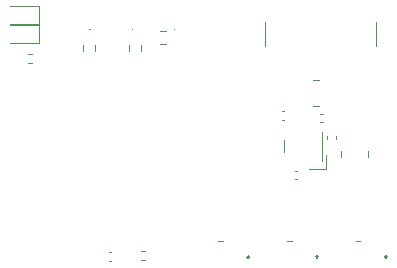
<source format=gbo>
G04 #@! TF.GenerationSoftware,KiCad,Pcbnew,(5.1.9)-1*
G04 #@! TF.CreationDate,2021-03-31T05:11:12-07:00*
G04 #@! TF.ProjectId,rgba,72676261-2e6b-4696-9361-645f70636258,1.1*
G04 #@! TF.SameCoordinates,Original*
G04 #@! TF.FileFunction,Legend,Bot*
G04 #@! TF.FilePolarity,Positive*
%FSLAX46Y46*%
G04 Gerber Fmt 4.6, Leading zero omitted, Abs format (unit mm)*
G04 Created by KiCad (PCBNEW (5.1.9)-1) date 2021-03-31 05:11:12*
%MOMM*%
%LPD*%
G01*
G04 APERTURE LIST*
%ADD10C,0.200000*%
%ADD11C,0.100000*%
%ADD12C,0.120000*%
G04 APERTURE END LIST*
D10*
X112329000Y-114700000D02*
G75*
G03*
X112329000Y-114900000I0J-100000D01*
G01*
X112329000Y-114900000D02*
G75*
G03*
X112329000Y-114700000I0J100000D01*
G01*
D11*
X110175000Y-113450000D02*
X109775000Y-113450000D01*
D10*
X112329000Y-114700000D02*
X112329000Y-114700000D01*
X112329000Y-114900000D02*
X112329000Y-114900000D01*
X106504000Y-114750000D02*
G75*
G03*
X106504000Y-114950000I0J-100000D01*
G01*
X106504000Y-114950000D02*
G75*
G03*
X106504000Y-114750000I0J100000D01*
G01*
D11*
X104350000Y-113500000D02*
X103950000Y-113500000D01*
D10*
X106504000Y-114750000D02*
X106504000Y-114750000D01*
X106504000Y-114950000D02*
X106504000Y-114950000D01*
X118154000Y-114700000D02*
G75*
G03*
X118154000Y-114900000I0J-100000D01*
G01*
X118154000Y-114900000D02*
G75*
G03*
X118154000Y-114700000I0J100000D01*
G01*
D11*
X116000000Y-113450000D02*
X115600000Y-113450000D01*
D10*
X118154000Y-114700000D02*
X118154000Y-114700000D01*
X118154000Y-114900000D02*
X118154000Y-114900000D01*
D12*
X86350000Y-93615000D02*
X88810000Y-93615000D01*
X88810000Y-93615000D02*
X88810000Y-95085000D01*
X88810000Y-95085000D02*
X86350000Y-95085000D01*
X96377500Y-96845276D02*
X96377500Y-97354724D01*
X97422500Y-96845276D02*
X97422500Y-97354724D01*
X86350000Y-95215000D02*
X88810000Y-95215000D01*
X88810000Y-95215000D02*
X88810000Y-96685000D01*
X88810000Y-96685000D02*
X86350000Y-96685000D01*
X117300000Y-96950000D02*
X117300000Y-94950000D01*
X107900000Y-96950000D02*
X107900000Y-94950000D01*
X111958748Y-102070000D02*
X112481252Y-102070000D01*
X111958748Y-99850000D02*
X112481252Y-99850000D01*
X116610000Y-105838748D02*
X116610000Y-106361252D01*
X114390000Y-105838748D02*
X114390000Y-106361252D01*
X109340665Y-103203000D02*
X109572335Y-103203000D01*
X109340665Y-102483000D02*
X109572335Y-102483000D01*
X110655835Y-107540000D02*
X110424165Y-107540000D01*
X110655835Y-108260000D02*
X110424165Y-108260000D01*
X113190000Y-104614165D02*
X113190000Y-104845835D01*
X113910000Y-104614165D02*
X113910000Y-104845835D01*
X88167621Y-97620000D02*
X87832379Y-97620000D01*
X88167621Y-98380000D02*
X87832379Y-98380000D01*
X94684165Y-115160000D02*
X94915835Y-115160000D01*
X94684165Y-114440000D02*
X94915835Y-114440000D01*
X99554724Y-95727500D02*
X99045276Y-95727500D01*
X99554724Y-96772500D02*
X99045276Y-96772500D01*
X92527500Y-96882776D02*
X92527500Y-97392224D01*
X93572500Y-96882776D02*
X93572500Y-97392224D01*
D11*
X96725000Y-95537500D02*
G75*
G03*
X96725000Y-95537500I-50000J0D01*
G01*
X100300000Y-95537500D02*
G75*
G03*
X100300000Y-95537500I-50000J0D01*
G01*
X93150000Y-95537500D02*
G75*
G03*
X93150000Y-95537500I-50000J0D01*
G01*
D12*
X97432379Y-115080000D02*
X97767621Y-115080000D01*
X97432379Y-114320000D02*
X97767621Y-114320000D01*
X111620000Y-107410000D02*
X113120000Y-107410000D01*
X113120000Y-107410000D02*
X113120000Y-106210000D01*
X109550000Y-104960000D02*
X109550000Y-105960000D01*
X112790000Y-106710000D02*
X112790000Y-104210000D01*
X112604165Y-103420000D02*
X112835835Y-103420000D01*
X112604165Y-102700000D02*
X112835835Y-102700000D01*
M02*

</source>
